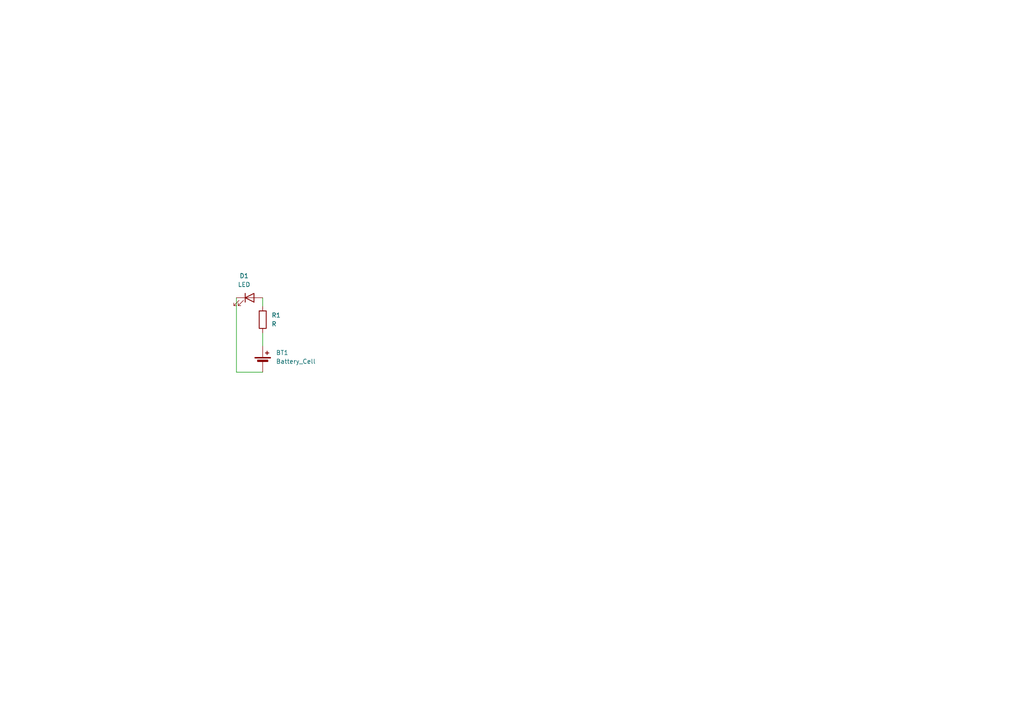
<source format=kicad_sch>
(kicad_sch (version 20231120) (generator "eeschema") (generator_version "8.0")
  (paper "A4")
  (lib_symbols
    (symbol "Device:Battery_Cell" (pin_numbers hide) (pin_names (offset 0) hide)
      (property "Reference" "BT" (at 2.54 2.54 0))
      (property "Value" "Battery_Cell" (at 2.54 0 0))
      (symbol "Battery_Cell_0_1"
        (rectangle (start -2.286 1.778) (end 2.286 1.524) (fill (type outline)))
        (rectangle (start -1.524 1.016) (end 1.524 0.508) (fill (type outline)))
        (polyline (pts (xy 0 0.762) (xy 0 0)))
        (polyline (pts (xy 0 1.778) (xy 0 2.54)))
        (polyline (pts (xy 0.762 3.048) (xy 1.778 3.048)) (stroke (width 0.254)))
        (polyline (pts (xy 1.27 3.556) (xy 1.27 2.54)) (stroke (width 0.254)))
      )
      (symbol "Battery_Cell_1_1"
        (pin passive line (at 0 5.08 270) (length 2.54) (name "+") (number "1"))
        (pin passive line (at 0 -2.54 90) (length 2.54) (name "-") (number "2"))
      )
    )
    (symbol "Device:LED" (pin_numbers hide) (pin_names (offset 1.016) hide)
      (property "Reference" "D" (at 0 2.54 0))
      (property "Value" "LED" (at 0 -2.54 0))
      (symbol "LED_0_1"
        (polyline (pts (xy -1.27 -1.27) (xy -1.27 1.27)) (stroke (width 0.254)))
        (polyline (pts (xy -1.27 0) (xy 1.27 0)))
        (polyline (pts (xy 1.27 -1.27) (xy 1.27 1.27) (xy -1.27 0) (xy 1.27 -1.27)) (stroke (width 0.254)))
        (polyline (pts (xy -3.048 -0.762) (xy -4.572 -2.286) (xy -3.81 -2.286) (xy -4.572 -2.286) (xy -4.572 -1.524)))
        (polyline (pts (xy -1.778 -0.762) (xy -3.302 -2.286) (xy -2.54 -2.286) (xy -3.302 -2.286) (xy -3.302 -1.524)))
      )
      (symbol "LED_1_1"
        (pin passive line (at -3.81 0 0) (length 2.54) (name "K") (number "1"))
        (pin passive line (at 3.81 0 180) (length 2.54) (name "A") (number "2"))
      )
    )
    (symbol "Device:R" (pin_numbers hide) (pin_names (offset 0))
      (property "Reference" "R" (at 2.032 0 90))
      (property "Value" "R" (at 0 0 90))
      (symbol "R_0_1"
        (rectangle (start -1.016 -2.54) (end 1.016 2.54) (stroke (width 0.254)))
      )
      (symbol "R_1_1"
        (pin passive line (at 0 3.81 270) (length 1.27) (name "~") (number "1"))
        (pin passive line (at 0 -3.81 90) (length 1.27) (name "~") (number "2"))
      )
    )
  )
  (wire (pts (xy 76.2 96.52) (xy 76.2 100.33)))
  (wire (pts (xy 76.2 86.36) (xy 76.2 88.9)))
  (wire (pts (xy 68.58 86.36) (xy 68.58 107.95)))
  (wire (pts (xy 68.58 107.95) (xy 76.2 107.95)))
  (symbol (lib_id "Device:Battery_Cell") (at 76.2 105.41 0) (unit 1)
    (property "Reference" "BT1" (at 80.01 102.2984 0) (effects (justify left)))
    (property "Value" "Battery_Cell" (at 80.01 104.8384 0) (effects (justify left)))
    (property "Footprint" "Battery:BatteryHolder_Seiko_MS621F" (effects (hide yes)))
    (property "Description" "Single-cell battery" (effects (hide yes)))
  )
  (symbol (lib_id "Device:LED") (at 72.39 86.36 0) (unit 1)
    (property "Reference" "D1" (at 70.8025 80.01 0))
    (property "Value" "LED" (at 70.8025 82.55 0))
    (property "Footprint" "Diode_SMD:D_0805_2012Metric_Pad1.15x1.40mm_HandSolder" (effects (hide yes)))
    (property "Description" "Light emitting diode" (effects (hide yes)))
  )
  (symbol (lib_id "Device:R") (at 76.2 92.71 0) (unit 1)
    (property "Reference" "R1" (at 78.74 91.4399 0) (effects (justify left)))
    (property "Value" "R" (at 78.74 93.9799 0) (effects (justify left)))
    (property "Footprint" "Resistor_SMD:R_0805_2012Metric_Pad1.20x1.40mm_HandSolder" (effects (hide yes)))
    (property "Description" "Resistor" (effects (hide yes)))
  )
)
</source>
